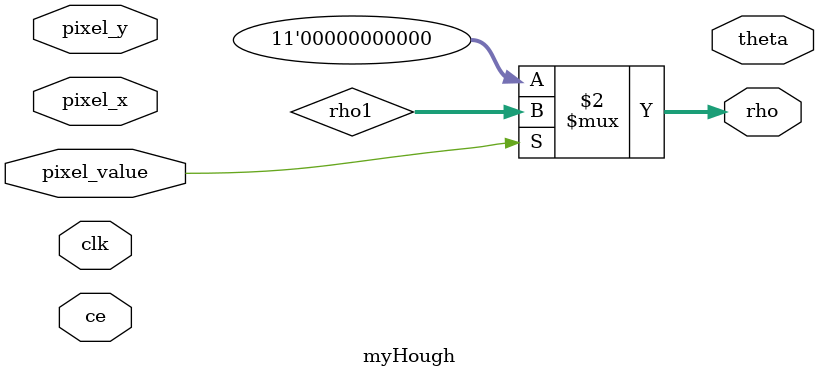
<source format=v>
`timescale 1ns / 1ps


module myHough(
    input [10:0] pixel_x, // up to 2000px
    input [9:0] pixel_y,  // up to 1000px
    input pixel_value,    // 0 or 1, black or white, no edge or edge
    input clk,
    input ce,
    output [4:0] theta,   // up to 180, if step is greater than 1 degree theta can has less bits (30 values needed - 5 bits)
    output [10:0] rho     // up to ???
    );

    reg [4:0] theta1;
    wire [9:0] cos1; // 0c10u
    wire [9:0] sin1;
    
    wire [20:0] xcos1; // 11c10u lub 11c2u
    wire [19:0] ysin1;
    wire [10:0] rho1; // wystarczy integer
    
    //----------- INSTANTIATION Mnozarka ----------
	// Latencja = 2 (optimum pipeline stages)

	Mnozarka Pomnoz_xcos1 (
	  .CLK(clk), // input clk
	  .A(cos1), // input
	  .B(pixel_x), // input
	  .CE(ce), // input ce
	  .P(xcos1) // output [24 : 0] p
	);
	// ------- End INSTANTIATION Template ---------
    
    // Mnozarka Pomnoz_ysin1
    
    //----------- INSTANTIATION Sumator --------
	// Latencja = 2
	/*
	Sumator dodaj_AdoB (
	  .a(xcos1), // input [11 : 0] a
	  .b(ysin1), // input [11 : 0] b
	  .clk(clk), // input clk
	  .ce(ce), // input ce
	  .s(rho1) // output [12 : 0] s
	);
	*/
	// ------ End INSTANTIATION Template ---------
    
    
    // genvar theta_val;
    // generate
    // begin

    // endgenerate

    // Output MUX
    assign rho = ((pixel_value == 1'b1) ? rho1 : 11'd0);
    
    
endmodule

</source>
